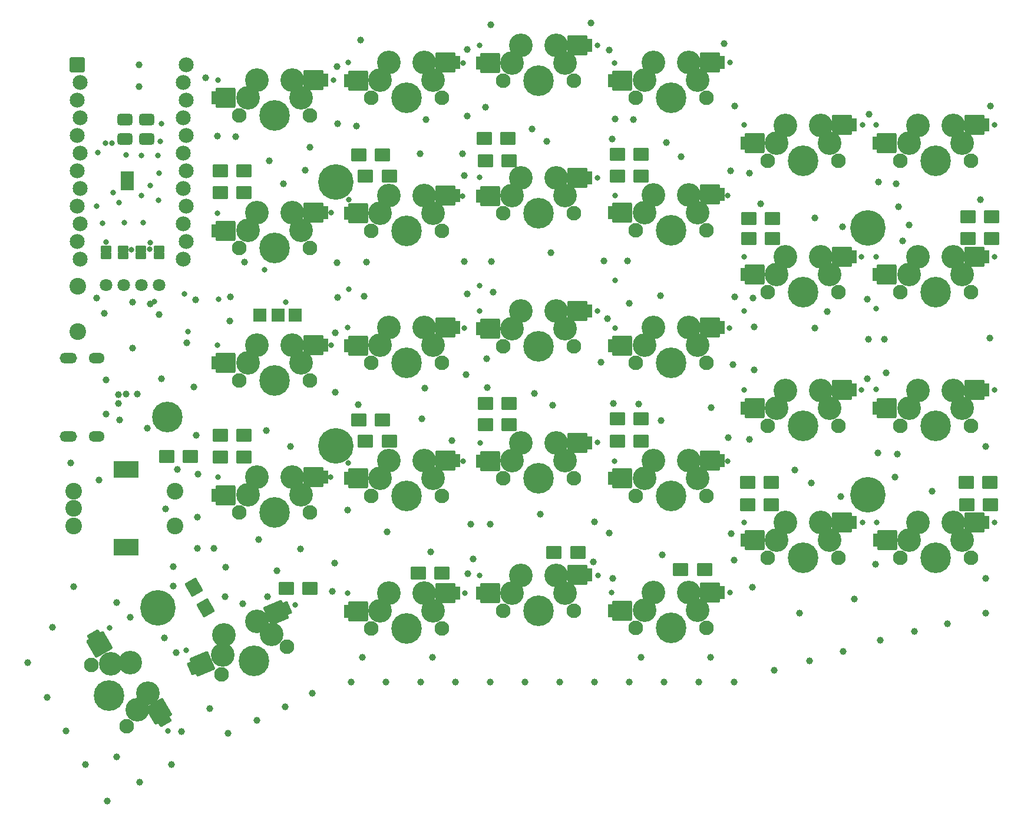
<source format=gbs>
G04 #@! TF.GenerationSoftware,KiCad,Pcbnew,9.0.0*
G04 #@! TF.CreationDate,2025-03-10T16:50:29+08:00*
G04 #@! TF.ProjectId,SofleKeyboard,536f666c-654b-4657-9962-6f6172642e6b,rev?*
G04 #@! TF.SameCoordinates,Original*
G04 #@! TF.FileFunction,Soldermask,Bot*
G04 #@! TF.FilePolarity,Negative*
%FSLAX46Y46*%
G04 Gerber Fmt 4.6, Leading zero omitted, Abs format (unit mm)*
G04 Created by KiCad (PCBNEW 9.0.0) date 2025-03-10 16:50:29*
%MOMM*%
%LPD*%
G01*
G04 APERTURE LIST*
G04 Aperture macros list*
%AMRoundRect*
0 Rectangle with rounded corners*
0 $1 Rounding radius*
0 $2 $3 $4 $5 $6 $7 $8 $9 X,Y pos of 4 corners*
0 Add a 4 corners polygon primitive as box body*
4,1,4,$2,$3,$4,$5,$6,$7,$8,$9,$2,$3,0*
0 Add four circle primitives for the rounded corners*
1,1,$1+$1,$2,$3*
1,1,$1+$1,$4,$5*
1,1,$1+$1,$6,$7*
1,1,$1+$1,$8,$9*
0 Add four rect primitives between the rounded corners*
20,1,$1+$1,$2,$3,$4,$5,0*
20,1,$1+$1,$4,$5,$6,$7,0*
20,1,$1+$1,$6,$7,$8,$9,0*
20,1,$1+$1,$8,$9,$2,$3,0*%
%AMFreePoly0*
4,1,41,2.776539,1.434775,2.811894,1.420130,2.884485,1.368623,2.920130,1.311894,2.934775,1.276539,2.950000,1.200000,2.950000,-1.200000,2.934775,-1.276539,2.920130,-1.311894,2.868623,-1.384485,2.811894,-1.420130,2.776539,-1.434775,2.700000,-1.450000,0.300000,-1.450000,0.223461,-1.434775,0.188106,-1.420130,0.115515,-1.368623,0.079870,-1.311894,0.065225,-1.276539,0.050000,-1.200000,
0.050000,-0.950000,-0.350000,-0.950000,-0.436777,-0.930194,-0.506366,-0.874698,-0.544986,-0.794504,-0.550000,-0.750000,-0.550000,0.750000,-0.530194,0.836777,-0.474698,0.906366,-0.394504,0.944986,-0.350000,0.950000,0.050000,0.950000,0.050000,1.200000,0.065225,1.276539,0.079870,1.311894,0.131377,1.384485,0.188106,1.420130,0.223461,1.434775,0.300000,1.450000,2.700000,1.450000,
2.776539,1.434775,2.776539,1.434775,$1*%
%AMFreePoly1*
4,1,44,-0.323461,1.434775,-0.288106,1.420130,-0.215515,1.368623,-0.179870,1.311894,-0.165225,1.276539,-0.150000,1.200000,-0.150000,0.950000,0.350000,0.950000,0.436777,0.930194,0.506366,0.874698,0.544986,0.794504,0.550000,0.750000,0.550000,-0.750000,0.530194,-0.836777,0.474698,-0.906366,0.394504,-0.944986,0.350000,-0.950000,-0.150000,-0.950000,-0.150000,-1.200000,-0.165225,-1.276539,
-0.179870,-1.311894,-0.231377,-1.384485,-0.288106,-1.420130,-0.323461,-1.434775,-0.400000,-1.450000,-2.300000,-1.450000,-2.366203,-1.438725,-2.397438,-1.427768,-2.456174,-1.395217,-2.956174,-0.995217,-3.006429,-0.935517,-3.024888,-0.901996,-3.049388,-0.816588,-3.049694,-0.811066,-3.050000,-0.800000,-3.050000,1.200000,-3.034775,1.276539,-3.020130,1.311894,-2.968623,1.384485,-2.911894,1.420130,
-2.876539,1.434775,-2.800000,1.450000,-0.400000,1.450000,-0.323461,1.434775,-0.323461,1.434775,$1*%
G04 Aperture macros list end*
%ADD10C,5.100000*%
%ADD11RoundRect,0.200000X-0.876300X0.876300X-0.876300X-0.876300X0.876300X-0.876300X0.876300X0.876300X0*%
%ADD12C,2.152600*%
%ADD13RoundRect,0.200000X-0.900000X-0.750000X0.900000X-0.750000X0.900000X0.750000X-0.900000X0.750000X0*%
%ADD14RoundRect,0.200000X-1.099519X0.404423X-0.199519X-1.154423X1.099519X-0.404423X0.199519X1.154423X0*%
%ADD15C,2.100000*%
%ADD16C,3.400000*%
%ADD17C,4.400000*%
%ADD18FreePoly0,0.000000*%
%ADD19FreePoly1,0.000000*%
%ADD20FreePoly0,300.000000*%
%ADD21FreePoly1,300.000000*%
%ADD22FreePoly0,23.000000*%
%ADD23FreePoly1,23.000000*%
%ADD24RoundRect,0.200000X-0.762000X-0.762000X0.762000X-0.762000X0.762000X0.762000X-0.762000X0.762000X0*%
%ADD25RoundRect,0.200000X-0.762000X0.762000X-0.762000X-0.762000X0.762000X-0.762000X0.762000X0.762000X0*%
%ADD26C,1.797000*%
%ADD27C,2.400000*%
%ADD28RoundRect,0.200000X-1.600000X-1.000000X1.600000X-1.000000X1.600000X1.000000X-1.600000X1.000000X0*%
%ADD29O,2.300000X1.500000*%
%ADD30O,2.500000X1.500000*%
%ADD31RoundRect,0.330000X-0.745000X0.495000X-0.745000X-0.495000X0.745000X-0.495000X0.745000X0.495000X0*%
%ADD32RoundRect,0.200000X0.571500X-0.317500X0.571500X0.317500X-0.571500X0.317500X-0.571500X-0.317500X0*%
%ADD33RoundRect,0.200000X-0.750000X0.500000X-0.750000X-0.500000X0.750000X-0.500000X0.750000X0.500000X0*%
%ADD34C,0.800000*%
%ADD35C,1.000000*%
G04 APERTURE END LIST*
D10*
X129300000Y-59600000D03*
X205800000Y-66210000D03*
X205800000Y-104510000D03*
X103800000Y-120810000D03*
D11*
X92151400Y-42740000D03*
D12*
X92608600Y-45280000D03*
X92151400Y-47820000D03*
X92608600Y-50360000D03*
X92151400Y-52900000D03*
X92608600Y-55440000D03*
X92151400Y-57980000D03*
X92608600Y-60520000D03*
X92151400Y-63060000D03*
X92608600Y-65600000D03*
X92151400Y-68140000D03*
X92608600Y-70680000D03*
X107391400Y-70680000D03*
X107848600Y-68140000D03*
X107391400Y-65600000D03*
X107848600Y-63060000D03*
X107391400Y-60520000D03*
X107848600Y-57980000D03*
X107391400Y-55440000D03*
X107848600Y-52900000D03*
X107391400Y-50360000D03*
X107848600Y-47820000D03*
X107391400Y-45280000D03*
X107848600Y-42740000D03*
D13*
X112700000Y-58000000D03*
X116100000Y-58000000D03*
X132600000Y-55700000D03*
X136000000Y-55700000D03*
X150700000Y-53300000D03*
X154100000Y-53300000D03*
X169800000Y-55600000D03*
X173200000Y-55600000D03*
X188700000Y-64800000D03*
X192100000Y-64800000D03*
X220200000Y-64600000D03*
X223600000Y-64600000D03*
X112700000Y-61100000D03*
X116100000Y-61100000D03*
X133600000Y-58700000D03*
X137000000Y-58700000D03*
X150800000Y-56500000D03*
X154200000Y-56500000D03*
X169800000Y-58700000D03*
X173200000Y-58700000D03*
X188700000Y-67700000D03*
X192100000Y-67700000D03*
X220200000Y-67700000D03*
X223600000Y-67700000D03*
X112700000Y-96000000D03*
X116100000Y-96000000D03*
X132600000Y-93800000D03*
X136000000Y-93800000D03*
X150800000Y-91400000D03*
X154200000Y-91400000D03*
X169800000Y-93600000D03*
X173200000Y-93600000D03*
X188500000Y-102800000D03*
X191900000Y-102800000D03*
X219900000Y-102800000D03*
X223300000Y-102800000D03*
X112700000Y-99100000D03*
X116100000Y-99100000D03*
X133600000Y-96800000D03*
X137000000Y-96800000D03*
X150800000Y-94500000D03*
X154200000Y-94500000D03*
X169800000Y-96800000D03*
X173200000Y-96800000D03*
X188500000Y-106000000D03*
X191900000Y-106000000D03*
X220000000Y-106000000D03*
X223400000Y-106000000D03*
X105000000Y-99010000D03*
X108400000Y-99010000D03*
D14*
X108950000Y-117827757D03*
X110650000Y-120772243D03*
D13*
X122200000Y-118000000D03*
X125600000Y-118000000D03*
X141200000Y-115800000D03*
X144600000Y-115800000D03*
X160700000Y-112810000D03*
X164100000Y-112810000D03*
D15*
X115420000Y-50000000D03*
D16*
X116690000Y-47459999D03*
X117960000Y-44920000D03*
D17*
X120500000Y-50000000D03*
D16*
X123040000Y-44920000D03*
X124310000Y-47460000D03*
D15*
X125580000Y-50000000D03*
D18*
X112000000Y-47500000D03*
D19*
X127700000Y-44900000D03*
D15*
X115420000Y-69100000D03*
D16*
X116690000Y-66559999D03*
X117960000Y-64020000D03*
D17*
X120500000Y-69100000D03*
D16*
X123040000Y-64020000D03*
X124310000Y-66560000D03*
D15*
X125580000Y-69100000D03*
D18*
X112000000Y-66600000D03*
D19*
X127700000Y-64000000D03*
D15*
X115420000Y-88100000D03*
D16*
X116690000Y-85559999D03*
X117960000Y-83020000D03*
D17*
X120500000Y-88100000D03*
D16*
X123040000Y-83020000D03*
X124310000Y-85560000D03*
D15*
X125580000Y-88100000D03*
D18*
X112000000Y-85600000D03*
D19*
X127700000Y-83000000D03*
D15*
X115420000Y-107100000D03*
D16*
X116690000Y-104559999D03*
X117960000Y-102020000D03*
D17*
X120500000Y-107100000D03*
D16*
X123040000Y-102020000D03*
X124310000Y-104560000D03*
D15*
X125580000Y-107100000D03*
D18*
X112000000Y-104600000D03*
D19*
X127700000Y-102000000D03*
D15*
X94160000Y-129010591D03*
D16*
X96994705Y-128840443D03*
X99829409Y-128670295D03*
D17*
X96700000Y-133410000D03*
D16*
X102369409Y-133069705D03*
X100804705Y-135439557D03*
D15*
X99240000Y-137809409D03*
D20*
X94615064Y-124798784D03*
D21*
X104716730Y-137095383D03*
D15*
X112923835Y-130384914D03*
D16*
X113100419Y-127550602D03*
X113277004Y-124716292D03*
D17*
X117600000Y-128400000D03*
D16*
X117953168Y-122731378D03*
X120114666Y-124573232D03*
D15*
X122276165Y-126415086D03*
D22*
X108798881Y-129419952D03*
D23*
X122234906Y-120892161D03*
D15*
X134420000Y-123800000D03*
D16*
X135690000Y-121259999D03*
X136960000Y-118720000D03*
D17*
X139500000Y-123800000D03*
D16*
X142040000Y-118720000D03*
X143310000Y-121260000D03*
D15*
X144580000Y-123800000D03*
D18*
X131000000Y-121300000D03*
D19*
X146700000Y-118700000D03*
D15*
X153420000Y-121200000D03*
D16*
X154690000Y-118659999D03*
X155960000Y-116120000D03*
D17*
X158500000Y-121200000D03*
D16*
X161040000Y-116120000D03*
X162310000Y-118660000D03*
D15*
X163580000Y-121200000D03*
D18*
X150000000Y-118700000D03*
D19*
X165700000Y-116100000D03*
D24*
X123500000Y-78710000D03*
D25*
X121000000Y-78710000D03*
X118400000Y-78710000D03*
D26*
X96300000Y-74410000D03*
X98840000Y-74410000D03*
X101380000Y-74410000D03*
X103920000Y-74410000D03*
D13*
X178900000Y-115310000D03*
X182300000Y-115310000D03*
D17*
X105130000Y-93336000D03*
D15*
X134420000Y-85600000D03*
D16*
X135690000Y-83059999D03*
X136960000Y-80520000D03*
D17*
X139500000Y-85600000D03*
D16*
X142040000Y-80520000D03*
X143310000Y-83060000D03*
D15*
X144580000Y-85600000D03*
D18*
X131000000Y-83100000D03*
D19*
X146700000Y-80500000D03*
D15*
X134420000Y-104700000D03*
D16*
X135690000Y-102159999D03*
X136960000Y-99620000D03*
D17*
X139500000Y-104700000D03*
D16*
X142040000Y-99620000D03*
X143310000Y-102160000D03*
D15*
X144580000Y-104700000D03*
D18*
X131000000Y-102200000D03*
D19*
X146700000Y-99600000D03*
D15*
X134420000Y-66600000D03*
D16*
X135690000Y-64059999D03*
X136960000Y-61520000D03*
D17*
X139500000Y-66600000D03*
D16*
X142040000Y-61520000D03*
X143310000Y-64060000D03*
D15*
X144580000Y-66600000D03*
D18*
X131000000Y-64100000D03*
D19*
X146700000Y-61500000D03*
D15*
X134420000Y-47500000D03*
D16*
X135690000Y-44959999D03*
X136960000Y-42420000D03*
D17*
X139500000Y-47500000D03*
D16*
X142040000Y-42420000D03*
X143310000Y-44960000D03*
D15*
X144580000Y-47500000D03*
D18*
X131000000Y-45000000D03*
D19*
X146700000Y-42400000D03*
D15*
X153420000Y-83200000D03*
D16*
X154690000Y-80659999D03*
X155960000Y-78120000D03*
D17*
X158500000Y-83200000D03*
D16*
X161040000Y-78120000D03*
X162310000Y-80660000D03*
D15*
X163580000Y-83200000D03*
D18*
X150000000Y-80700000D03*
D19*
X165700000Y-78100000D03*
D15*
X153420000Y-45010000D03*
D16*
X154690000Y-42469999D03*
X155960000Y-39930000D03*
D17*
X158500000Y-45010000D03*
D16*
X161040000Y-39930000D03*
X162310000Y-42470000D03*
D15*
X163580000Y-45010000D03*
D18*
X150000000Y-42510000D03*
D19*
X165700000Y-39910000D03*
D15*
X153420000Y-64100000D03*
D16*
X154690000Y-61559999D03*
X155960000Y-59020000D03*
D17*
X158500000Y-64100000D03*
D16*
X161040000Y-59020000D03*
X162310000Y-61560000D03*
D15*
X163580000Y-64100000D03*
D18*
X150000000Y-61600000D03*
D19*
X165700000Y-59000000D03*
D15*
X153420000Y-102200000D03*
D16*
X154690000Y-99659999D03*
X155960000Y-97120000D03*
D17*
X158500000Y-102200000D03*
D16*
X161040000Y-97120000D03*
X162310000Y-99660000D03*
D15*
X163580000Y-102200000D03*
D18*
X150000000Y-99700000D03*
D19*
X165700000Y-97100000D03*
D15*
X172420000Y-104700000D03*
D16*
X173690000Y-102159999D03*
X174960000Y-99620000D03*
D17*
X177500000Y-104700000D03*
D16*
X180040000Y-99620000D03*
X181310000Y-102160000D03*
D15*
X182580000Y-104700000D03*
D18*
X169000000Y-102200000D03*
D19*
X184700000Y-99600000D03*
D15*
X172420000Y-66500000D03*
D16*
X173690000Y-63959999D03*
X174960000Y-61420000D03*
D17*
X177500000Y-66500000D03*
D16*
X180040000Y-61420000D03*
X181310000Y-63960000D03*
D15*
X182580000Y-66500000D03*
D18*
X169000000Y-64000000D03*
D19*
X184700000Y-61400000D03*
D15*
X172420000Y-123700000D03*
D16*
X173690000Y-121159999D03*
X174960000Y-118620000D03*
D17*
X177500000Y-123700000D03*
D16*
X180040000Y-118620000D03*
X181310000Y-121160000D03*
D15*
X182580000Y-123700000D03*
D18*
X169000000Y-121200000D03*
D19*
X184700000Y-118600000D03*
D15*
X172420000Y-85600000D03*
D16*
X173690000Y-83059999D03*
X174960000Y-80520000D03*
D17*
X177500000Y-85600000D03*
D16*
X180040000Y-80520000D03*
X181310000Y-83060000D03*
D15*
X182580000Y-85600000D03*
D18*
X169000000Y-83100000D03*
D19*
X184700000Y-80500000D03*
D15*
X172420000Y-47500000D03*
D16*
X173690000Y-44959999D03*
X174960000Y-42420000D03*
D17*
X177500000Y-47500000D03*
D16*
X180040000Y-42420000D03*
X181310000Y-44960000D03*
D15*
X182580000Y-47500000D03*
D18*
X169000000Y-45000000D03*
D19*
X184700000Y-42400000D03*
D15*
X191420000Y-56500000D03*
D16*
X192690000Y-53959999D03*
X193960000Y-51420000D03*
D17*
X196500000Y-56500000D03*
D16*
X199040000Y-51420000D03*
X200310000Y-53960000D03*
D15*
X201580000Y-56500000D03*
D18*
X188000000Y-54000000D03*
D19*
X203700000Y-51400000D03*
D15*
X191420000Y-113600000D03*
D16*
X192690000Y-111059999D03*
X193960000Y-108520000D03*
D17*
X196500000Y-113600000D03*
D16*
X199040000Y-108520000D03*
X200310000Y-111060000D03*
D15*
X201580000Y-113600000D03*
D18*
X188000000Y-111100000D03*
D19*
X203700000Y-108500000D03*
D15*
X210420000Y-94600000D03*
D16*
X211690000Y-92059999D03*
X212960000Y-89520000D03*
D17*
X215500000Y-94600000D03*
D16*
X218040000Y-89520000D03*
X219310000Y-92060000D03*
D15*
X220580000Y-94600000D03*
D18*
X207000000Y-92100000D03*
D19*
X222700000Y-89500000D03*
D15*
X210470000Y-113600000D03*
D16*
X211740000Y-111059999D03*
X213010000Y-108520000D03*
D17*
X215550000Y-113600000D03*
D16*
X218090000Y-108520000D03*
X219360000Y-111060000D03*
D15*
X220630000Y-113600000D03*
D18*
X207050000Y-111100000D03*
D19*
X222750000Y-108500000D03*
D15*
X210420000Y-56500000D03*
D16*
X211690000Y-53959999D03*
X212960000Y-51420000D03*
D17*
X215500000Y-56500000D03*
D16*
X218040000Y-51420000D03*
X219310000Y-53960000D03*
D15*
X220580000Y-56500000D03*
D18*
X207000000Y-54000000D03*
D19*
X222700000Y-51400000D03*
D15*
X210420000Y-75400000D03*
D16*
X211690000Y-72859999D03*
X212960000Y-70320000D03*
D17*
X215500000Y-75400000D03*
D16*
X218040000Y-70320000D03*
X219310000Y-72860000D03*
D15*
X220580000Y-75400000D03*
D18*
X207000000Y-72900000D03*
D19*
X222700000Y-70300000D03*
D15*
X191420000Y-94600000D03*
D16*
X192690000Y-92059999D03*
X193960000Y-89520000D03*
D17*
X196500000Y-94600000D03*
D16*
X199040000Y-89520000D03*
X200310000Y-92060000D03*
D15*
X201580000Y-94600000D03*
D18*
X188000000Y-92100000D03*
D19*
X203700000Y-89500000D03*
D15*
X191420000Y-75400000D03*
D16*
X192690000Y-72859999D03*
X193960000Y-70320000D03*
D17*
X196500000Y-75400000D03*
D16*
X199040000Y-70320000D03*
X200310000Y-72860000D03*
D15*
X201580000Y-75400000D03*
D18*
X188000000Y-72900000D03*
D19*
X203700000Y-70300000D03*
D10*
X129300000Y-97510000D03*
D27*
X91700000Y-104000000D03*
X91700000Y-109000000D03*
X91700000Y-106500000D03*
D28*
X99200000Y-100900000D03*
X99200000Y-112100000D03*
D27*
X106200000Y-109000000D03*
X106200000Y-104000000D03*
X92280000Y-81052000D03*
X92280000Y-74552000D03*
D29*
X94940000Y-84892000D03*
D30*
X90940000Y-84892000D03*
D29*
X94940000Y-96132000D03*
D30*
X90940000Y-96132000D03*
D31*
X102200000Y-50610000D03*
X102200000Y-53410000D03*
X99000000Y-50610000D03*
X99000000Y-53410000D03*
D32*
X101300000Y-70200380D03*
X101300000Y-69199620D03*
X98800000Y-70200380D03*
X98800000Y-69199620D03*
X96300000Y-70200380D03*
X96300000Y-69199620D03*
X103900000Y-70200380D03*
X103900000Y-69199620D03*
D33*
X99400000Y-58760000D03*
X99400000Y-60060000D03*
D34*
X129000000Y-44910000D03*
X147600000Y-42500000D03*
X166900000Y-39910000D03*
X186000000Y-42410000D03*
X205000000Y-51410000D03*
X224000000Y-51410000D03*
X128700000Y-64000000D03*
X147500000Y-61600000D03*
X166900000Y-59010000D03*
X185600000Y-61500000D03*
X204900000Y-70310000D03*
X224000000Y-70310000D03*
X128700000Y-83000002D03*
X147800000Y-80600000D03*
X166900000Y-78110000D03*
X185900000Y-80600000D03*
X204900000Y-89510000D03*
X224000000Y-89510000D03*
X128600000Y-102000000D03*
X147600000Y-99700000D03*
X166900000Y-97010000D03*
X185600000Y-99700000D03*
X205000000Y-108510000D03*
X224000000Y-108510000D03*
X105200000Y-138510000D03*
X123500000Y-120410000D03*
X147900000Y-118710000D03*
D35*
X102640000Y-77082000D03*
D34*
X103278891Y-76750891D03*
X108050000Y-81060000D03*
X99988501Y-69316621D03*
D35*
X96290000Y-92962000D03*
X96290000Y-88062000D03*
D34*
X103930000Y-58352000D03*
D35*
X188750000Y-96610000D03*
X142330000Y-50652000D03*
X109180000Y-76552000D03*
X166500000Y-108460000D03*
D34*
X96300000Y-68200000D03*
D35*
X104880000Y-106552000D03*
X222730000Y-116552000D03*
X176030000Y-75902000D03*
X109530000Y-101602000D03*
X129280000Y-81252000D03*
X183255000Y-92052000D03*
X99780000Y-122152000D03*
X149030000Y-113752000D03*
X186530000Y-131452000D03*
X172080000Y-50602000D03*
X195930000Y-121552000D03*
X100830000Y-90052000D03*
X222730000Y-121552000D03*
X208430000Y-87002000D03*
X105680000Y-143352000D03*
X157530000Y-52002000D03*
X148080000Y-87302000D03*
X101080000Y-42752000D03*
X167430000Y-85452000D03*
X161530000Y-131452000D03*
X146030000Y-96727000D03*
X201890000Y-104782000D03*
X133180000Y-127877000D03*
X189250000Y-76260000D03*
X115950000Y-120210000D03*
X168630000Y-40652000D03*
X151580000Y-36952000D03*
X203805000Y-119527000D03*
X202130000Y-66052000D03*
X209850000Y-59810000D03*
X189450000Y-86610000D03*
X104730000Y-125152000D03*
X101180000Y-145852000D03*
X121830000Y-59802000D03*
X166300000Y-114210000D03*
D34*
X103780000Y-55752000D03*
D35*
X156530000Y-131452000D03*
X160230000Y-69777000D03*
X94930000Y-76252000D03*
X133700000Y-71060000D03*
X169480000Y-50502000D03*
X199980000Y-78202000D03*
X128850000Y-118410000D03*
X173180000Y-127877000D03*
X207280000Y-59602000D03*
D34*
X107600000Y-75710000D03*
D35*
X176280000Y-113152000D03*
X113880000Y-138802000D03*
X143180000Y-127877000D03*
X122830000Y-97602000D03*
X119780000Y-56502000D03*
X114080000Y-79552000D03*
X210180000Y-63152000D03*
X198130000Y-64752000D03*
X118205000Y-111002000D03*
X159680000Y-53702000D03*
X93380000Y-143352000D03*
D34*
X95130000Y-55352000D03*
D35*
X124250000Y-112360000D03*
X132280000Y-51552000D03*
X168330000Y-79252000D03*
X205730000Y-76402000D03*
X141730000Y-93602000D03*
X141530000Y-131452000D03*
X171530000Y-131452000D03*
X147530000Y-55502000D03*
D34*
X101630000Y-65452000D03*
D35*
X176080000Y-93852000D03*
X106530000Y-100902000D03*
X129580000Y-76152000D03*
D34*
X101430000Y-55752000D03*
D35*
X98280000Y-93752000D03*
X151650000Y-71010000D03*
X207230000Y-98502000D03*
X129280000Y-89852000D03*
X195280000Y-101002000D03*
X205730000Y-87852000D03*
X114980000Y-53060000D03*
X107130000Y-138552000D03*
X205980000Y-49852000D03*
X104280000Y-87902000D03*
X96030000Y-78452000D03*
X119500000Y-119160000D03*
X129580000Y-51202000D03*
X118030000Y-137002000D03*
X119303662Y-95296143D03*
X206930000Y-114502000D03*
X91680000Y-117752000D03*
X223380000Y-48702000D03*
X186380000Y-85852000D03*
X129180000Y-114352000D03*
X208200000Y-82160000D03*
X150830000Y-48852000D03*
X183180000Y-127877000D03*
X197430000Y-128452000D03*
X109305000Y-96002000D03*
X197630000Y-102852000D03*
X190380000Y-62752000D03*
X91230000Y-100002000D03*
X151080000Y-89152000D03*
X221930000Y-62152000D03*
X113400000Y-119160000D03*
X189480000Y-80402000D03*
X125630000Y-54552000D03*
X176830000Y-53952000D03*
X141430000Y-55552000D03*
X148700000Y-108760000D03*
X169230000Y-91452000D03*
X186130000Y-110102000D03*
X87880000Y-133702000D03*
X100161362Y-76861174D03*
D34*
X95800000Y-65510000D03*
D35*
X168580000Y-110052000D03*
X112330000Y-53010000D03*
X142130000Y-89252000D03*
X132530000Y-91602000D03*
X124930000Y-57902000D03*
X122030000Y-135052000D03*
D34*
X96229300Y-53980700D03*
D35*
X185130000Y-39652000D03*
X132930000Y-39152000D03*
D34*
X122130000Y-76852000D03*
D35*
X198180000Y-80602000D03*
X102230000Y-95002000D03*
X129480000Y-71152000D03*
D34*
X103830000Y-62252000D03*
D35*
X209650000Y-102022000D03*
X176530000Y-131452000D03*
X148180000Y-40552000D03*
X101030000Y-45902000D03*
X178980000Y-55952000D03*
X148300000Y-115910000D03*
X125980000Y-133102000D03*
X85080000Y-128702000D03*
X186680000Y-48652000D03*
X181530000Y-131452000D03*
X223280000Y-82002000D03*
X158730000Y-107327000D03*
X171230000Y-70902000D03*
X88580000Y-123552000D03*
X148230000Y-75702000D03*
X169030000Y-53402000D03*
X185730000Y-96352000D03*
X114180000Y-76102000D03*
X95330000Y-102452000D03*
X120850000Y-115460000D03*
X166530000Y-131452000D03*
X148180000Y-50102000D03*
X186030000Y-58002000D03*
X146530000Y-131452000D03*
X109480000Y-107802000D03*
X136530000Y-131452000D03*
X105950000Y-114860000D03*
D34*
X104300000Y-51210000D03*
D35*
X147805000Y-58677000D03*
X172880000Y-91502000D03*
X110605000Y-44602000D03*
X106350000Y-127210000D03*
X205850000Y-82210000D03*
X131530000Y-131452000D03*
X212480000Y-124202000D03*
X136680000Y-109902000D03*
X214980000Y-104052000D03*
X210030000Y-98702000D03*
X97880000Y-142227000D03*
X211680000Y-65752000D03*
X113500000Y-114960000D03*
X207530000Y-125452000D03*
X210755000Y-68052000D03*
X129530000Y-43002000D03*
X186550000Y-113910000D03*
X103930000Y-78652000D03*
X202230000Y-127052000D03*
X165980000Y-36752000D03*
X151930000Y-75402000D03*
X107930000Y-82702000D03*
X108930000Y-89052000D03*
X160480000Y-91702000D03*
D34*
X99180000Y-55702000D03*
D35*
X171530000Y-77002000D03*
X109450000Y-112210000D03*
D34*
X98930000Y-65452000D03*
D35*
X157830000Y-90002000D03*
X150980000Y-84952000D03*
X96480000Y-148552000D03*
X167880000Y-70902000D03*
X111800000Y-112260000D03*
X116230000Y-71127000D03*
X111205000Y-135252000D03*
X105930000Y-117702000D03*
X131005000Y-106727000D03*
D34*
X104105000Y-53777000D03*
D35*
X151530000Y-131452000D03*
X186650000Y-76110000D03*
X189200000Y-117810000D03*
X188780000Y-58302000D03*
X142980000Y-112752000D03*
X192330000Y-129802000D03*
X151550000Y-108810000D03*
D34*
X95000000Y-63060000D03*
D35*
X222700000Y-97560000D03*
X97800000Y-120010000D03*
X147800000Y-71010000D03*
X133380000Y-76052000D03*
X100130000Y-83452000D03*
X217230000Y-123052000D03*
X90580000Y-138502000D03*
X169100000Y-116560000D03*
D34*
X207100000Y-108510000D03*
X169000000Y-118610000D03*
X207000000Y-89410000D03*
X207000000Y-51410000D03*
X207000000Y-70310000D03*
X207000000Y-77810000D03*
X188000000Y-51410000D03*
X188000000Y-70310000D03*
X188000000Y-78110000D03*
X188000000Y-89510000D03*
X188000000Y-108510000D03*
X150000000Y-116110000D03*
X131000000Y-118710000D03*
X169400000Y-99700000D03*
X169500000Y-73710000D03*
X169500000Y-61500000D03*
X169400000Y-42500000D03*
X169500000Y-80600000D03*
X150000000Y-58910000D03*
X107800000Y-126910000D03*
X150000000Y-39910000D03*
X150000000Y-74460000D03*
X150000000Y-78110000D03*
X150100000Y-97110000D03*
X131200000Y-62110000D03*
X131100000Y-42410000D03*
X131200000Y-75010000D03*
X131100000Y-100010000D03*
X96800000Y-123710000D03*
X131000000Y-80510000D03*
X102700000Y-60110000D03*
X102700000Y-68300000D03*
X119050000Y-72210000D03*
X101400000Y-61510000D03*
X102600000Y-69200000D03*
X167000000Y-116110000D03*
X97200000Y-54010000D03*
X186000000Y-118610000D03*
X112400000Y-101999990D03*
X112399986Y-44900000D03*
X112499999Y-76410001D03*
X112300000Y-83000000D03*
X112300000Y-64100000D03*
X98200000Y-62510000D03*
D35*
X99210000Y-90102000D03*
D34*
X97323501Y-61136499D03*
D35*
X98120000Y-90122000D03*
X98130000Y-91392000D03*
M02*

</source>
